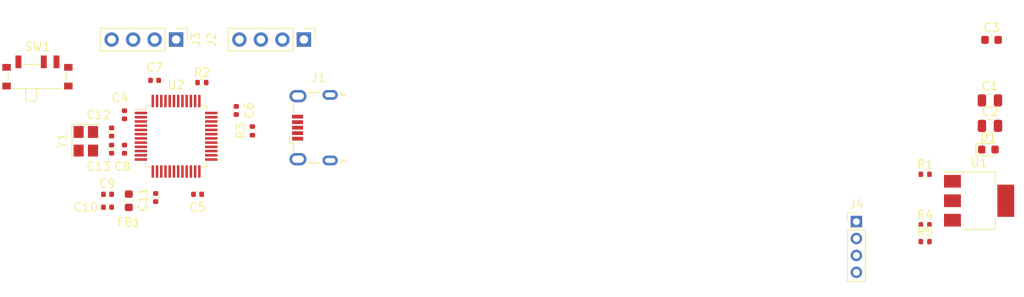
<source format=kicad_pcb>
(kicad_pcb (version 20221018) (generator pcbnew)
  (layers (0 "F.Cu" signal) (31 "B.Cu" power) (34 "B.Paste" user) (35 "F.Paste" user) (36 "B.SilkS" user "B.Silkscreen") (37 "F.SilkS" user "F.Silkscreen") (38 "B.Mask" user) (39 "F.Mask" user) (44 "Edge.Cuts" user))
  (net 0 "")
  (net 1 "VBUS")
  (net 2 "GND")
  (net 3 "+3.3V")
  (net 4 "+3.3VA")
  (net 5 "Net-(U2-NRST)")
  (net 6 "Net-(U2-PD0)")
  (net 7 "Net-(U2-PD1)")
  (net 8 "Net-(D1-K)")
  (net 9 "Net-(J1-D-)")
  (net 10 "Net-(J1-D+)")
  (net 13 "Net-(J2-Pin_2)")
  (net 14 "Net-(J2-Pin_3)")
  (net 15 "Net-(J3-Pin_2)")
  (net 16 "Net-(J3-Pin_3)")
  (net 17 "Net-(J4-Pin_2)")
  (net 18 "Net-(J4-Pin_3)")
  (net 19 "Net-(SW1-B)")
  (net 20 "Net-(U2-BOOT0)")
  (footprint "Capacitor_SMD:C_0402_1005Metric" (layer "F.Cu") (at 64.643 98.679 90)
    (fp_text reference "C11" (at -0.254 -1.524 90) (layer "F.SilkS"))
    (fp_text value "100n")
    (fp_line (start -0.107836 -0.36) (end 0.107836 -0.36) (stroke (width 0.12)) (layer "F.SilkS"))
    (fp_line (start -0.107836 0.36) (end 0.107836 0.36) (stroke (width 0.12)) (layer "F.SilkS"))
    (pad "1" smd roundrect (at -0.48 0 90) (size 0.56 0.62) (layers "F.Cu" "F.Paste" "F.Mask") (net 5 "Net-(U2-NRST)"))
    (pad "2" smd roundrect (at 0.48 0 90) (size 0.56 0.62) (layers "F.Cu" "F.Paste" "F.Mask") (net 2 "GND"))
  )
  (footprint "Capacitor_SMD:C_0402_1005Metric" (layer "F.Cu") (at 59.436 90.932 90)
    (fp_text reference "C12" (at 2.032 -1.524 180) (layer "F.SilkS"))
    (fp_text value "10p")
    (fp_line (start -0.107836 -0.36) (end 0.107836 -0.36) (stroke (width 0.12)) (layer "F.SilkS"))
    (fp_line (start -0.107836 0.36) (end 0.107836 0.36) (stroke (width 0.12)) (layer "F.SilkS"))
    (pad "1" smd roundrect (at -0.48 0 90) (size 0.56 0.62) (layers "F.Cu" "F.Paste" "F.Mask") (net 6 "Net-(U2-PD0)"))
    (pad "2" smd roundrect (at 0.48 0 90) (size 0.56 0.62) (layers "F.Cu" "F.Paste" "F.Mask") (net 2 "GND"))
  )
  (footprint "LED_SMD:LED_0603_1608Metric" (layer "F.Cu") (at 163.05 93.01)
    (fp_text reference "D1" (at 0 -1.43) (layer "F.SilkS"))
    (fp_text value "RED")
    (fp_line (start -1.485 -0.735) (end -1.485 0.735) (stroke (width 0.12)) (layer "F.SilkS"))
    (fp_line (start -1.485 0.735) (end 0.8 0.735) (stroke (width 0.12)) (layer "F.SilkS"))
    (fp_line (start 0.8 -0.735) (end -1.485 -0.735) (stroke (width 0.12)) (layer "F.SilkS"))
    (pad "1" smd roundrect (at -0.7875 0) (size 0.875 0.95) (layers "F.Cu" "F.Paste" "F.Mask") (net 8 "Net-(D1-K)"))
    (pad "2" smd roundrect (at 0.7875 0) (size 0.875 0.95) (layers "F.Cu" "F.Paste" "F.Mask") (net 3 "+3.3V"))
  )
  (footprint "Capacitor_SMD:C_0805_2012Metric" (layer "F.Cu") (at 163.23 90.21)
    (fp_text reference "C2" (at 0 -1.68) (layer "F.SilkS"))
    (fp_text value "22u")
    (fp_line (start -0.261252 -0.735) (end 0.261252 -0.735) (stroke (width 0.12)) (layer "F.SilkS"))
    (fp_line (start -0.261252 0.735) (end 0.261252 0.735) (stroke (width 0.12)) (layer "F.SilkS"))
    (pad "1" smd roundrect (at -0.95 0) (size 1 1.45) (layers "F.Cu" "F.Paste" "F.Mask") (net 3 "+3.3V"))
    (pad "2" smd roundrect (at 0.95 0) (size 1 1.45) (layers "F.Cu" "F.Paste" "F.Mask") (net 2 "GND"))
  )
  (footprint "Resistor_SMD:R_0402_1005Metric" (layer "F.Cu") (at 76.073 90.803 90)
    (fp_text reference "R3" (at 0 -1.397 90) (layer "F.SilkS"))
    (fp_text value "1k5")
    (fp_line (start -0.153641 -0.38) (end 0.153641 -0.38) (stroke (width 0.12)) (layer "F.SilkS"))
    (fp_line (start -0.153641 0.38) (end 0.153641 0.38) (stroke (width 0.12)) (layer "F.SilkS"))
    (pad "1" smd roundrect (at -0.51 0 90) (size 0.54 0.64) (layers "F.Cu" "F.Paste" "F.Mask") (net 3 "+3.3V"))
    (pad "2" smd roundrect (at 0.51 0 90) (size 0.54 0.64) (layers "F.Cu" "F.Paste" "F.Mask") (net 10 "Net-(J1-D+)"))
  )
  (footprint "Capacitor_SMD:C_0402_1005Metric" (layer "F.Cu") (at 69.596 98.298 180)
    (fp_text reference "C5" (at 0 -1.524) (layer "F.SilkS"))
    (fp_text value "100n")
    (fp_line (start -0.107836 -0.36) (end 0.107836 -0.36) (stroke (width 0.12)) (layer "F.SilkS"))
    (fp_line (start -0.107836 0.36) (end 0.107836 0.36) (stroke (width 0.12)) (layer "F.SilkS"))
    (pad "1" smd roundrect (at -0.48 0 180) (size 0.56 0.62) (layers "F.Cu" "F.Paste" "F.Mask") (net 3 "+3.3V"))
    (pad "2" smd roundrect (at 0.48 0 180) (size 0.56 0.62) (layers "F.Cu" "F.Paste" "F.Mask") (net 2 "GND"))
  )
  (footprint "Resistor_SMD:R_0402_1005Metric" (layer "F.Cu") (at 70.104 85.09)
    (fp_text reference "R2" (at 0 -1.17) (layer "F.SilkS"))
    (fp_text value "10k")
    (fp_line (start -0.153641 -0.38) (end 0.153641 -0.38) (stroke (width 0.12)) (layer "F.SilkS"))
    (fp_line (start -0.153641 0.38) (end 0.153641 0.38) (stroke (width 0.12)) (layer "F.SilkS"))
    (pad "1" smd roundrect (at -0.51 0) (size 0.54 0.64) (layers "F.Cu" "F.Paste" "F.Mask") (net 19 "Net-(SW1-B)"))
    (pad "2" smd roundrect (at 0.51 0) (size 0.54 0.64) (layers "F.Cu" "F.Paste" "F.Mask") (net 20 "Net-(U2-BOOT0)"))
  )
  (footprint "Capacitor_SMD:C_0603_1608Metric" (layer "F.Cu") (at 163.42 80.05)
    (fp_text reference "C3" (at 0 -1.43) (layer "F.SilkS"))
    (fp_text value "10u")
    (fp_line (start -0.14058 -0.51) (end 0.14058 -0.51) (stroke (width 0.12)) (layer "F.SilkS"))
    (fp_line (start -0.14058 0.51) (end 0.14058 0.51) (stroke (width 0.12)) (layer "F.SilkS"))
    (pad "1" smd roundrect (at -0.775 0) (size 0.9 0.95) (layers "F.Cu" "F.Paste" "F.Mask") (net 3 "+3.3V"))
    (pad "2" smd roundrect (at 0.775 0) (size 0.9 0.95) (layers "F.Cu" "F.Paste" "F.Mask") (net 2 "GND"))
  )
  (footprint "Connector_PinHeader_2.54mm:PinHeader_1x04_P2.54mm_Vertical" (layer "F.Cu") (at 67.056 80.01 -90)
    (fp_text reference "J3" (at 0 -2.33 90) (layer "F.SilkS"))
    (fp_text value "Conn_01x04")
    (fp_line (start -1.33 -1.33) (end 0 -1.33) (stroke (width 0.12)) (layer "F.SilkS"))
    (fp_line (start -1.33 0) (end -1.33 -1.33) (stroke (width 0.12)) (layer "F.SilkS"))
    (fp_line (start -1.33 1.27) (end -1.33 8.95) (stroke (width 0.12)) (layer "F.SilkS"))
    (fp_line (start -1.33 1.27) (end 1.33 1.27) (stroke (width 0.12)) (layer "F.SilkS"))
    (fp_line (start -1.33 8.95) (end 1.33 8.95) (stroke (width 0.12)) (layer "F.SilkS"))
    (fp_line (start 1.33 1.27) (end 1.33 8.95) (stroke (width 0.12)) (layer "F.SilkS"))
    (pad "1" thru_hole rect (at 0 0 270) (size 1.7 1.7) (drill 1) (layers "*.Cu" "*.Mask") (net 3 "+3.3V"))
    (pad "2" thru_hole oval (at 0 2.54 270) (size 1.7 1.7) (drill 1) (layers "*.Cu" "*.Mask") (net 15 "Net-(J3-Pin_2)"))
    (pad "3" thru_hole oval (at 0 5.08 270) (size 1.7 1.7) (drill 1) (layers "*.Cu" "*.Mask") (net 16 "Net-(J3-Pin_3)"))
    (pad "4" thru_hole oval (at 0 7.62 270) (size 1.7 1.7) (drill 1) (layers "*.Cu" "*.Mask") (net 2 "GND"))
  )
  (footprint "Connector_PinHeader_2.00mm:PinHeader_1x04_P2.00mm_Vertical" (layer "F.Cu") (at 147.447 101.521)
    (fp_text reference "J4" (at 0 -2.06) (layer "F.SilkS"))
    (fp_text value "Conn_01x04")
    (fp_line (start -1.06 -1.06) (end 0 -1.06) (stroke (width 0.12)) (layer "F.SilkS"))
    (fp_line (start -1.06 0) (end -1.06 -1.06) (stroke (width 0.12)) (layer "F.SilkS"))
    (fp_line (start -1.06 1) (end -1.06 7.06) (stroke (width 0.12)) (layer "F.SilkS"))
    (fp_line (start -1.06 1) (end 1.06 1) (stroke (width 0.12)) (layer "F.SilkS"))
    (fp_line (start -1.06 7.06) (end 1.06 7.06) (stroke (width 0.12)) (layer "F.SilkS"))
    (fp_line (start 1.06 1) (end 1.06 7.06) (stroke (width 0.12)) (layer "F.SilkS"))
    (pad "1" thru_hole rect (at 0 0) (size 1.35 1.35) (drill 0.8) (layers "*.Cu" "*.Mask") (net 3 "+3.3V"))
    (pad "2" thru_hole oval (at 0 2) (size 1.35 1.35) (drill 0.8) (layers "*.Cu" "*.Mask") (net 17 "Net-(J4-Pin_2)"))
    (pad "3" thru_hole oval (at 0 4) (size 1.35 1.35) (drill 0.8) (layers "*.Cu" "*.Mask") (net 18 "Net-(J4-Pin_3)"))
    (pad "4" thru_hole oval (at 0 6) (size 1.35 1.35) (drill 0.8) (layers "*.Cu" "*.Mask") (net 2 "GND"))
  )
  (footprint "Resistor_SMD:R_0402_1005Metric" (layer "F.Cu") (at 155.57 103.89)
    (fp_text reference "R5" (at 0 -1.17) (layer "F.SilkS"))
    (fp_text value "1k5")
    (fp_line (start -0.153641 -0.38) (end 0.153641 -0.38) (stroke (width 0.12)) (layer "F.SilkS"))
    (fp_line (start -0.153641 0.38) (end 0.153641 0.38) (stroke (width 0.12)) (layer "F.SilkS"))
    (pad "1" smd roundrect (at -0.51 0) (size 0.54 0.64) (layers "F.Cu" "F.Paste" "F.Mask") (net 3 "+3.3V"))
    (pad "2" smd roundrect (at 0.51 0) (size 0.54 0.64) (layers "F.Cu" "F.Paste" "F.Mask") (net 18 "Net-(J4-Pin_3)"))
  )
  (footprint "Capacitor_SMD:C_0402_1005Metric" (layer "F.Cu") (at 58.956 99.822)
    (fp_text reference "C10" (at -2.568 0) (layer "F.SilkS"))
    (fp_text value "1u")
    (fp_line (start -0.107836 -0.36) (end 0.107836 -0.36) (stroke (width 0.12)) (layer "F.SilkS"))
    (fp_line (start -0.107836 0.36) (end 0.107836 0.36) (stroke (width 0.12)) (layer "F.SilkS"))
    (pad "1" smd roundrect (at -0.48 0) (size 0.56 0.62) (layers "F.Cu" "F.Paste" "F.Mask") (net 3 "+3.3V"))
    (pad "2" smd roundrect (at 0.48 0) (size 0.56 0.62) (layers "F.Cu" "F.Paste" "F.Mask") (net 2 "GND"))
  )
  (footprint "Capacitor_SMD:C_0402_1005Metric" (layer "F.Cu") (at 58.956 98.298)
    (fp_text reference "C9" (at -0.028 -1.27) (layer "F.SilkS"))
    (fp_text value "1u")
    (fp_line (start -0.107836 -0.36) (end 0.107836 -0.36) (stroke (width 0.12)) (layer "F.SilkS"))
    (fp_line (start -0.107836 0.36) (end 0.107836 0.36) (stroke (width 0.12)) (layer "F.SilkS"))
    (pad "1" smd roundrect (at -0.48 0) (size 0.56 0.62) (layers "F.Cu" "F.Paste" "F.Mask") (net 4 "+3.3VA"))
    (pad "2" smd roundrect (at 0.48 0) (size 0.56 0.62) (layers "F.Cu" "F.Paste" "F.Mask") (net 2 "GND"))
  )
  (footprint "Capacitor_SMD:C_0805_2012Metric" (layer "F.Cu") (at 163.23 87.2)
    (fp_text reference "C1" (at 0 -1.68) (layer "F.SilkS"))
    (fp_text value "22u")
    (fp_line (start -0.261252 -0.735) (end 0.261252 -0.735) (stroke (width 0.12)) (layer "F.SilkS"))
    (fp_line (start -0.261252 0.735) (end 0.261252 0.735) (stroke (width 0.12)) (layer "F.SilkS"))
    (pad "1" smd roundrect (at -0.95 0) (size 1 1.45) (layers "F.Cu" "F.Paste" "F.Mask") (net 1 "VBUS"))
    (pad "2" smd roundrect (at 0.95 0) (size 1 1.45) (layers "F.Cu" "F.Paste" "F.Mask") (net 2 "GND"))
  )
  (footprint "Capacitor_SMD:C_0402_1005Metric" (layer "F.Cu") (at 74.168 88.392 -90)
    (fp_text reference "C6" (at 0 -1.524 90) (layer "F.SilkS"))
    (fp_text value "100n")
    (fp_line (start -0.107836 -0.36) (end 0.107836 -0.36) (stroke (width 0.12)) (layer "F.SilkS"))
    (fp_line (start -0.107836 0.36) (end 0.107836 0.36) (stroke (width 0.12)) (layer "F.SilkS"))
    (pad "1" smd roundrect (at -0.48 0 270) (size 0.56 0.62) (layers "F.Cu" "F.Paste" "F.Mask") (net 3 "+3.3V"))
    (pad "2" smd roundrect (at 0.48 0 270) (size 0.56 0.62) (layers "F.Cu" "F.Paste" "F.Mask") (net 2 "GND"))
  )
  (footprint "Connector_USB:USB_Micro-B_Wuerth_629105150521" (layer "F.Cu") (at 83.312 90.424 90)
    (fp_text reference "J1" (at 5.882 0.597 180) (layer "F.SilkS"))
    (fp_text value "USB_B_Micro")
    (fp_line (start -4.15 -0.65) (end -4.15 0.75) (stroke (width 0.15)) (layer "F.SilkS"))
    (fp_line (start -4.15 3.15) (end -4.15 3.3) (stroke (width 0.15)) (layer "F.SilkS"))
    (fp_line (start -4.15 3.3) (end -3.85 3.3) (stroke (width 0.15)) (layer "F.SilkS"))
    (fp_line (start -3.85 3.3) (end -3.85 3.75) (stroke (width 0.15)) (layer "F.SilkS"))
    (fp_line (start -1.8 -2.825) (end -1.8 -2.4) (stroke (width 0.15)) (layer "F.SilkS"))
    (fp_line (start -1.8 -2.4) (end -2.8 -2.4) (stroke (width 0.15)) (layer "F.SilkS"))
    (fp_line (start -1.075 -2.825) (end -1.8 -2.825) (stroke (width 0.15)) (layer "F.SilkS"))
    (fp_line (start 1.8 -2.4) (end 2.8 -2.4) (stroke (width 0.15)) (layer "F.SilkS"))
    (fp_line (start 3.85 3.3) (end 4.15 3.3) (stroke (width 0.15)) (layer "F.SilkS"))
    (fp_line (start 3.85 3.75) (end 3.85 3.3) (stroke (width 0.15)) (layer "F.SilkS"))
    (fp_line (start 4.15 0.75) (end 4.15 -0.65) (stroke (width 0.15)) (layer "F.SilkS"))
    (fp_line (start 4.15 3.3) (end 4.15 3.15) (stroke (width 0.15)) (layer "F.SilkS"))
    (pad "" np_thru_hole oval (at -2.5 -0.8 90) (size 0.8 0.8) (drill 0.8) (layers "*.Cu" "*.Mask"))
    (pad "" np_thru_hole oval (at 2.5 -0.8 90) (size 0.8 0.8) (drill 0.8) (layers "*.Cu" "*.Mask"))
    (pad "1" smd rect (at -1.3 -1.9 90) (size 0.45 1.3) (layers "F.Cu" "F.Paste" "F.Mask") (net 1 "VBUS"))
    (pad "2" smd rect (at -0.65 -1.9 90) (size 0.45 1.3) (layers "F.Cu" "F.Paste" "F.Mask") (net 9 "Net-(J1-D-)"))
    (pad "3" smd rect (at 0 -1.9 90) (size 0.45 1.3) (layers "F.Cu" "F.Paste" "F.Mask") (net 10 "Net-(J1-D+)"))
    (pad "4" smd rect (at 0.65 -1.9 90) (size 0.45 1.3) (layers "F.Cu" "F.Paste" "F.Mask"))
    (pad "5" smd rect (at 1.3 -1.9 90) (size 0.45 1.3) (layers "F.Cu" "F.Paste" "F.Mask") (net 2 "GND"))
    (pad "6" thru_hole oval (at -3.875 1.95 90) (size 1.15 1.8) (drill oval 0.55 1.2) (layers "*.Cu" "*.Mask"))
    (pad "6" thru_hole oval (at -3.725 -1.85 90) (size 1.45 2) (drill oval 0.85 1.4) (layers "*.Cu" "*.Mask"))
    (pad "6" thru_hole oval (at 3.725 -1.85 90) (size 1.45 2) (drill oval 0.85 1.4) (layers "*.Cu" "*.Mask"))
    (pad "6" thru_hole oval (at 3.875 1.95 90) (size 1.15 1.8) (drill oval 0.55 1.2) (layers "*.Cu" "*.Mask"))
  )
  (footprint "Connector_PinHeader_2.54mm:PinHeader_1x04_P2.54mm_Vertical" (layer "F.Cu") (at 82.159 80.01 -90)
    (fp_text reference "J2" (at 0 10.922 90) (layer "F.SilkS"))
    (fp_text value "Conn_01x04")
    (fp_line (start -1.33 -1.33) (end 0 -1.33) (stroke (width 0.12)) (layer "F.SilkS"))
    (fp_line (start -1.33 0) (end -1.33 -1.33) (stroke (width 0.12)) (layer "F.SilkS"))
    (fp_line (start -1.33 1.27) (end -1.33 8.95) (stroke (width 0.12)) (layer "F.SilkS"))
    (fp_line (start -1.33 1.27) (end 1.33 1.27) (stroke (width 0.12)) (layer "F.SilkS"))
    (fp_line (start -1.33 8.95) (end 1.33 8.95) (stroke (width 0.12)) (layer "F.SilkS"))
    (fp_line (start 1.33 1.27) (end 1.33 8.95) (stroke (width 0.12)) (layer "F.SilkS"))
    (pad "1" thru_hole rect (at 0 0 270) (size 1.7 1.7) (drill 1) (layers "*.Cu" "*.Mask") (net 3 "+3.3V"))
    (pad "2" thru_hole oval (at 0 2.54 270) (size 1.7 1.7) (drill 1) (layers "*.Cu" "*.Mask") (net 13 "Net-(J2-Pin_2)"))
    (pad "3" thru_hole oval (at 0 5.08 270) (size 1.7 1.7) (drill 1) (layers "*.Cu" "*.Mask") (net 14 "Net-(J2-Pin_3)"))
    (pad "4" thru_hole oval (at 0 7.62 270) (size 1.7 1.7) (drill 1) (layers "*.Cu" "*.Mask") (net 2 "GND"))
  )
  (footprint "Resistor_SMD:R_0402_1005Metric" (layer "F.Cu") (at 155.57 101.9)
    (fp_text reference "R4" (at 0 -1.17) (layer "F.SilkS"))
    (fp_text value "1k5")
    (fp_line (start -0.153641 -0.38) (end 0.153641 -0.38) (stroke (width 0.12)) (layer "F.SilkS"))
    (fp_line (start -0.153641 0.38) (end 0.153641 0.38) (stroke (width 0.12)) (layer "F.SilkS"))
    (pad "1" smd roundrect (at -0.51 0) (size 0.54 0.64) (layers "F.Cu" "F.Paste" "F.Mask") (net 3 "+3.3V"))
    (pad "2" smd roundrect (at 0.51 0) (size 0.54 0.64) (layers "F.Cu" "F.Paste" "F.Mask") (net 17 "Net-(J4-Pin_2)"))
  )
  (footprint "Package_QFP:LQFP-48_7x7mm_P0.5mm" (layer "F.Cu") (at 67.056 91.44)
    (fp_text reference "U2" (at 0 -6.096) (layer "F.SilkS"))
    (fp_text value "STM32F103C8T6")
    (fp_line (start -3.61 -3.61) (end -3.61 -3.16) (stroke (width 0.12)) (layer "F.SilkS"))
    (fp_line (start -3.61 -3.16) (end -4.9 -3.16) (stroke (width 0.12)) (layer "F.SilkS"))
    (fp_line (start -3.61 3.61) (end -3.61 3.16) (stroke (width 0.12)) (layer "F.SilkS"))
    (fp_line (start -3.16 -3.61) (end -3.61 -3.61) (stroke (width 0.12)) (layer "F.SilkS"))
    (fp_line (start -3.16 3.61) (end -3.61 3.61) (stroke (width 0.12)) (layer "F.SilkS"))
    (fp_line (start 3.16 -3.61) (end 3.61 -3.61) (stroke (width 0.12)) (layer "F.SilkS"))
    (fp_line (start 3.16 3.61) (end 3.61 3.61) (stroke (width 0.12)) (layer "F.SilkS"))
    (fp_line (start 3.61 -3.61) (end 3.61 -3.16) (stroke (width 0.12)) (layer "F.SilkS"))
    (fp_line (start 3.61 3.61) (end 3.61 3.16) (stroke (width 0.12)) (layer "F.SilkS"))
    (pad "1" smd roundrect (at -4.1625 -2.75) (size 1.475 0.3) (layers "F.Cu" "F.Paste" "F.Mask") (net 3 "+3.3V"))
    (pad "2" smd roundrect (at -4.1625 -2.25) (size 1.475 0.3) (layers "F.Cu" "F.Paste" "F.Mask"))
    (pad "3" smd roundrect (at -4.1625 -1.75) (size 1.475 0.3) (layers "F.Cu" "F.Paste" "F.Mask"))
    (pad "4" smd roundrect (at -4.1625 -1.25) (size 1.475 0.3) (layers "F.Cu" "F.Paste" "F.Mask"))
    (pad "5" smd roundrect (at -4.1625 -0.75) (size 1.475 0.3) (layers "F.Cu" "F.Paste" "F.Mask") (net 6 "Net-(U2-PD0)"))
    (pad "6" smd roundrect (at -4.1625 -0.25) (size 1.475 0.3) (layers "F.Cu" "F.Paste" "F.Mask") (net 7 "Net-(U2-PD1)"))
    (pad "7" smd roundrect (at -4.1625 0.25) (size 1.475 0.3) (layers "F.Cu" "F.Paste" "F.Mask") (net 5 "Net-(U2-NRST)"))
    (pad "8" smd roundrect (at -4.1625 0.75) (size 1.475 0.3) (layers "F.Cu" "F.Paste" "F.Mask") (net 2 "GND"))
    (pad "9" smd roundrect (at -4.1625 1.25) (size 1.475 0.3) (layers "F.Cu" "F.Paste" "F.Mask") (net 4 "+3.3VA"))
    (pad "10" smd roundrect (at -4.1625 1.75) (size 1.475 0.3) (layers "F.Cu" "F.Paste" "F.Mask"))
    (pad "11" smd roundrect (at -4.1625 2.25) (size 1.475 0.3) (layers "F.Cu" "F.Paste" "F.Mask"))
    (pad "12" smd roundrect (at -4.1625 2.75) (size 1.475 0.3) (layers "F.Cu" "F.Paste" "F.Mask"))
    (pad "13" smd roundrect (at -2.75 4.1625) (size 0.3 1.475) (layers "F.Cu" "F.Paste" "F.Mask"))
    (pad "14" smd roundrect (at -2.25 4.1625) (size 0.3 1.475) (layers "F.Cu" "F.Paste" "F.Mask"))
    (pad "15" smd roundrect (at -1.75 4.1625) (size 0.3 1.475) (layers "F.Cu" "F.Paste" "F.Mask"))
    (pad "16" smd roundrect (at -1.25 4.1625) (size 0.3 1.475) (layers "F.Cu" "F.Paste" "F.Mask"))
    (pad "17" smd roundrect (at -0.75 4.1625) (size 0.3 1.475) (layers "F.Cu" "F.Paste" "F.Mask"))
    (pad "18" smd roundrect (at -0.25 4.1625) (size 0.3 1.475) (layers "F.Cu" "F.Paste" "F.Mask"))
    (pad "19" smd roundrect (at 0.25 4.1625) (size 0.3 1.475) (layers "F.Cu" "F.Paste" "F.Mask"))
    (pad "20" smd roundrect (at 0.75 4.1625) (size 0.3 1.475) (layers "F.Cu" "F.Paste" "F.Mask"))
    (pad "21" smd roundrect (at 1.25 4.1625) (size 0.3 1.475) (layers "F.Cu" "F.Paste" "F.Mask") (net 17 "Net-(J4-Pin_2)"))
    (pad "22" smd roundrect (at 1.75 4.1625) (size 0.3 1.475) (layers "F.Cu" "F.Paste" "F.Mask") (net 18 "Net-(J4-Pin_3)"))
    (pad "23" smd roundrect (at 2.25 4.1625) (size 0.3 1.475) (layers "F.Cu" "F.Paste" "F.Mask") (net 2 "GND"))
    (pad "24" smd roundrect (at 2.75 4.1625) (size 0.3 1.475) (layers "F.Cu" "F.Paste" "F.Mask") (net 3 "+3.3V"))
    (pad "25" smd roundrect (at 4.1625 2.75) (size 1.475 0.3) (layers "F.Cu" "F.Paste" "F.Mask"))
    (pad "26" smd roundrect (at 4.1625 2.25) (size 1.475 0.3) (layers "F.Cu" "F.Paste" "F.Mask"))
    (pad "27" smd roundrect (at 4.1625 1.75) (size 1.475 0.3) (layers "F.Cu" "F.Paste" "F.Mask"))
    (pad "28" smd roundrect (at 4.1625 1.25) (size 1.475 0.3) (layers "F.Cu" "F.Paste" "F.Mask"))
    (pad "29" smd roundrect (at 4.1625 0.75) (size 1.475 0.3) (layers "F.Cu" "F.Paste" "F.Mask"))
    (pad "30" smd roundrect (at 4.1625 0.25) (size 1.475 0.3) (layers "F.Cu" "F.Paste" "F.Mask"))
    (pad "31" smd roundrect (at 4.1625 -0.25) (size 1.475 0.3) (layers "F.Cu" "F.Paste" "F.Mask"))
    (pad "32" smd roundrect (at 4.1625 -0.75) (size 1.475 0.3) (layers "F.Cu" "F.Paste" "F.Mask") (net 9 "Net-(J1-D-)"))
    (pad "33" smd roundrect (at 4.1625 -1.25) (size 1.475 0.3) (layers "F.Cu" "F.Paste" "F.Mask") (net 10 "Net-(J1-D+)"))
    (pad "34" smd roundrect (at 4.1625 -1.75) (size 1.475 0.3) (layers "F.Cu" "F.Paste" "F.Mask") (net 13 "Net-(J2-Pin_2)"))
    (pad "35" smd roundrect (at 4.1625 -2.25) (size 1.475 0.3) (layers "F.Cu" "F.Paste" "F.Mask") (net 2 "GND"))
    (pad "36" smd roundrect (at 4.1625 -2.75) (size 1.475 0.3) (layers "F.Cu" "F.Paste" "F.Mask") (net 3 "+3.3V"))
    (pad "37" smd roundrect (at 2.75 -4.1625) (size 0.3 1.475) (layers "F.Cu" "F.Paste" "F.Mask") (net 14 "Net-(J2-Pin_3)"))
    (pad "38" smd roundrect (at 2.25 -4.1625) (size 0.3 1.475) (layers "F.Cu" "F.Paste" "F.Mask"))
    (pad "39" smd roundrect (at 1.75 -4.1625) (size 0.3 1.475) (layers "F.Cu" "F.Paste" "F.Mask"))
    (pad "40" smd roundrect (at 1.25 -4.1625) (size 0.3 1.475) (layers "F.Cu" "F.Paste" "F.Mask"))
    (pad "41" smd roundrect (at 0.75 -4.1625) (size 0.3 1.475) (layers "F.Cu" "F.Paste" "F.Mask"))
    (pad "42" smd roundrect (at 0.25 -4.1625) (size 0.3 1.475) (layers "F.Cu" "F.Paste" "F.Mask") (net 15 "Net-(J3-Pin_2)"))
    (pad "43" smd roundrect (at -0.25 -4.1625) (size 0.3 1.475) (layers "F.Cu" "F.Paste" "F.Mask") (net 16 "Net-(J3-Pin_3)"))
    (pad "44" smd roundrect (at -0.75 -4.1625) (size 0.3 1.475) (layers "F.Cu" "F.Paste" "F.Mask") (net 20 "Net-(U2-BOOT0)"))
    (pad "45" smd roundrect (at -1.25 -4.1625) (size 0.3 1.475) (layers "F.Cu" "F.Paste" "F.Mask"))
    (pad "46" smd roundrect (at -1.75 -4.1625) (size 0.3 1.475) (layers "F.Cu" "F.Paste" "F.Mask"))
    (pad "47" smd roundrect (at -2.25 -4.1625) (size 0.3 1.475) (layers "F.Cu" "F.Paste" "F.Mask") (net 2 "GND"))
    (pad "48" smd roundrect (at -2.75 -4.1625) (size 0.3 1.475) (layers "F.Cu" "F.Paste" "F.Mask") (net 3 "+3.3V"))
  )
  (footprint "Capacitor_SMD:C_0402_1005Metric" (layer "F.Cu") (at 59.436 92.964 90)
    (fp_text reference "C13" (at -2.032 -1.524 180) (layer "F.SilkS"))
    (fp_text value "10p")
    (fp_line (start -0.107836 -0.36) (end 0.107836 -0.36) (stroke (width 0.12)) (layer "F.SilkS"))
    (fp_line (start -0.107836 0.36) (end 0.107836 0.36) (stroke (width 0.12)) (layer "F.SilkS"))
    (pad "1" smd roundrect (at -0.48 0 90) (size 0.56 0.62) (layers "F.Cu" "F.Paste" "F.Mask") (net 7 "Net-(U2-PD1)"))
    (pad "2" smd roundrect (at 0.48 0 90) (size 0.56 0.62) (layers "F.Cu" "F.Paste" "F.Mask") (net 2 "GND"))
  )
  (footprint "Capacitor_SMD:C_0402_1005Metric" (layer "F.Cu") (at 64.516 84.836)
    (fp_text reference "C7" (at 0 -1.524) (layer "F.SilkS"))
    (fp_text value "100n")
    (fp_line (start -0.107836 -0.36) (end 0.107836 -0.36) (stroke (width 0.12)) (layer "F.SilkS"))
    (fp_line (start -0.107836 0.36) (end 0.107836 0.36) (stroke (width 0.12)) (layer "F.SilkS"))
    (pad "1" smd roundrect (at -0.48 0) (size 0.56 0.62) (layers "F.Cu" "F.Paste" "F.Mask") (net 3 "+3.3V"))
    (pad "2" smd roundrect (at 0.48 0) (size 0.56 0.62) (layers "F.Cu" "F.Paste" "F.Mask") (net 2 "GND"))
  )
  (footprint "Package_TO_SOT_SMD:SOT-223-3_TabPin2" (layer "F.Cu") (at 161.95 99.06)
    (fp_text reference "U1" (at 0 -4.5) (layer "F.SilkS"))
    (fp_text value "AMS1117-3.3")
    (fp_line (start -4.1 -3.41) (end 1.91 -3.41) (stroke (width 0.12)) (layer "F.SilkS"))
    (fp_line (start -1.85 3.41) (end 1.91 3.41) (stroke (width 0.12)) (layer "F.SilkS"))
    (fp_line (start 1.91 -3.41) (end 1.91 -2.15) (stroke (width 0.12)) (layer "F.SilkS"))
    (fp_line (start 1.91 3.41) (end 1.91 2.15) (stroke (width 0.12)) (layer "F.SilkS"))
    (pad "1" smd rect (at -3.15 -2.3) (size 2 1.5) (layers "F.Cu" "F.Paste" "F.Mask") (net 2 "GND"))
    (pad "2" smd rect (at -3.15 0) (size 2 1.5) (layers "F.Cu" "F.Paste" "F.Mask") (net 3 "+3.3V"))
    (pad "2" smd rect (at 3.15 0) (size 2 3.8) (layers "F.Cu" "F.Paste" "F.Mask") (net 3 "+3.3V"))
    (pad "3" smd rect (at -3.15 2.3) (size 2 1.5) (layers "F.Cu" "F.Paste" "F.Mask") (net 1 "VBUS"))
  )
  (footprint "Inductor_SMD:L_0603_1608Metric" (layer "F.Cu") (at 61.468 99.06 90)
    (fp_text reference "FB1" (at -2.54 0 180) (layer "F.SilkS"))
    (fp_text value "120R")
    (fp_line (start -0.162779 -0.51) (end 0.162779 -0.51) (stroke (width 0.12)) (layer "F.SilkS"))
    (fp_line (start -0.162779 0.51) (end 0.162779 0.51) (stroke (width 0.12)) (layer "F.SilkS"))
    (pad "1" smd roundrect (at -0.7875 0 90) (size 0.875 0.95) (layers "F.Cu" "F.Paste" "F.Mask") (net 4 "+3.3VA"))
    (pad "2" smd roundrect (at 0.7875 0 90) (size 0.875 0.95) (layers "F.Cu" "F.Paste" "F.Mask") (net 3 "+3.3V"))
  )
  (footprint "Capacitor_SMD:C_0402_1005Metric" (layer "F.Cu") (at 60.96 92.964 90)
    (fp_text reference "C8" (at -2.032 -0.254 180) (layer "F.SilkS"))
    (fp_text value "10n")
    (fp_line (start -0.107836 -0.36) (end 0.107836 -0.36) (stroke (width 0.12)) (layer "F.SilkS"))
    (fp_line (start -0.107836 0.36) (end 0.107836 0.36) (stroke (width 0.12)) (layer "F.SilkS"))
    (pad "1" smd roundrect (at -0.48 0 90) (size 0.56 0.62) (layers "F.Cu" "F.Paste" "F.Mask") (net 4 "+3.3VA"))
    (pad "2" smd roundrect (at 0.48 0 90) (size 0.56 0.62) (layers "F.Cu" "F.Paste" "F.Mask") (net 2 "GND"))
  )
  (footprint "Button_Switch_SMD:SW_SPDT_PCM12" (layer "F.Cu") (at 50.673 84.074)
    (fp_text reference "SW1" (at 0 -3.2) (layer "F.SilkS"))
    (fp_text value "SW_SPDT")
    (fp_line (start -3.45 -0.07) (end -3.45 0.72) (stroke (width 0.12)) (layer "F.SilkS"))
    (fp_line (start -2.85 1.73) (end 2.85 1.73) (stroke (width 0.12)) (layer "F.SilkS"))
    (fp_line (start -1.6 -1.12) (end 0.1 -1.12) (stroke (width 0.12)) (layer "F.SilkS"))
    (fp_line (start -1.4 1.73) (end -1.4 3.02) (stroke (width 0.12)) (layer "F.SilkS"))
    (fp_line (start -1.4 3.02) (end -1.2 3.23) (stroke (width 0.12)) (layer "F.SilkS"))
    (fp_line (start -1.2 3.23) (end -0.3 3.23) (stroke (width 0.12)) (layer "F.SilkS"))
    (fp_line (start -0.1 3.02) (end -0.3 3.23) (stroke (width 0.12)) (layer "F.SilkS"))
    (fp_line (start -0.1 3.02) (end -0.1 1.73) (stroke (width 0.12)) (layer "F.SilkS"))
    (fp_line (start 1.4 -1.12) (end 1.6 -1.12) (stroke (width 0.12)) (layer "F.SilkS"))
    (fp_line (start 3.45 0.72) (end 3.45 -0.07) (stroke (width 0.12)) (layer "F.SilkS"))
    (pad "" smd rect (at -3.65 -0.78) (size 1 0.8) (layers "F.Cu" "F.Paste" "F.Mask"))
    (pad "" smd rect (at -3.65 1.43) (size 1 0.8) (layers "F.Cu" "F.Paste" "F.Mask"))
    (pad "" np_thru_hole circle (at -1.5 0.33) (size 0.9 0.9) (drill 0.9) (layers "*.Cu" "*.Mask"))
    (pad "" np_thru_hole circle (at 1.5 0.33) (size 0.9 0.9) (drill 0.9) (layers "*.Cu" "*.Mask"))
    (pad "" smd rect (at 3.65 -0.78) (size 1 0.8) (layers "F.Cu" "F.Paste" "F.Mask"))
    (pad "" smd rect (at 3.65 1.43) (size 1 0.8) (layers "F.Cu" "F.Paste" "F.Mask"))
    (pad "1" smd rect (at -2.25 -1.43) (size 0.7 1.5) (layers "F.Cu" "F.Paste" "F.Mask") (net 2 "GND"))
    (pad "2" smd rect (at 0.75 -1.43) (size 0.7 1.5) (layers "F.Cu" "F.Paste" "F.Mask") (net 19 "Net-(SW1-B)"))
    (pad "3" smd rect (at 2.25 -1.43) (size 0.7 1.5) (layers "F.Cu" "F.Paste" "F.Mask") (net 3 "+3.3V"))
  )
  (footprint "Crystal:Crystal_SMD_3225-4Pin_3.2x2.5mm" (layer "F.Cu") (at 56.388 92.032 -90)
    (fp_text reference "Y1" (at -0.084 2.794 90) (layer "F.SilkS"))
    (fp_text value "16Mhz")
    (fp_line (start -2 -1.65) (end -2 1.65) (stroke (width 0.12)) (layer "F.SilkS"))
    (fp_line (start -2 1.65) (end 2 1.65) (stroke (width 0.12)) (layer "F.SilkS"))
    (pad "1" smd rect (at -1.1 0.85 270) (size 1.4 1.2) (layers "F.Cu" "F.Paste" "F.Mask") (net 6 "Net-(U2-PD0)"))
    (pad "2" smd rect (at 1.1 0.85 270) (size 1.4 1.2) (layers "F.Cu" "F.Paste" "F.Mask") (net 2 "GND"))
    (pad "3" smd rect (at 1.1 -0.85 270) (size 1.4 1.2) (layers "F.Cu" "F.Paste" "F.Mask") (net 7 "Net-(U2-PD1)"))
    (pad "4" smd rect (at -1.1 -0.85 270) (size 1.4 1.2) (layers "F.Cu" "F.Paste" "F.Mask") (net 2 "GND"))
  )
  (footprint "Resistor_SMD:R_0402_1005Metric" (layer "F.Cu") (at 155.57 95.93)
    (fp_text reference "R1" (at 0 -1.17) (layer "F.SilkS"))
    (fp_text value "1k5")
    (fp_line (start -0.153641 -0.38) (end 0.153641 -0.38) (stroke (width 0.12)) (layer "F.SilkS"))
    (fp_line (start -0.153641 0.38) (end 0.153641 0.38) (stroke (width 0.12)) (layer "F.SilkS"))
    (pad "1" smd roundrect (at -0.51 0) (size 0.54 0.64) (layers "F.Cu" "F.Paste" "F.Mask") (net 8 "Net-(D1-K)"))
    (pad "2" smd roundrect (at 0.51 0) (size 0.54 0.64) (layers "F.Cu" "F.Paste" "F.Mask") (net 2 "GND"))
  )
  (footprint "Capacitor_SMD:C_0402_1005Metric" (layer "F.Cu") (at 60.96 88.9 90)
    (fp_text reference "C4" (at 2.032 -0.508 180) (layer "F.SilkS"))
    (fp_text value "100n")
    (fp_line (start -0.107836 -0.36) (end 0.107836 -0.36) (stroke (width 0.12)) (layer "F.SilkS"))
    (fp_line (start -0.107836 0.36) (end 0.107836 0.36) (stroke (width 0.12)) (layer "F.SilkS"))
    (pad "1" smd roundrect (at -0.48 0 90) (size 0.56 0.62) (layers "F.Cu" "F.Paste" "F.Mask") (net 3 "+3.3V"))
    (pad "2" smd roundrect (at 0.48 0 90) (size 0.56 0.62) (layers "F.Cu" "F.Paste" "F.Mask") (net 2 "GND"))
  )
)
</source>
